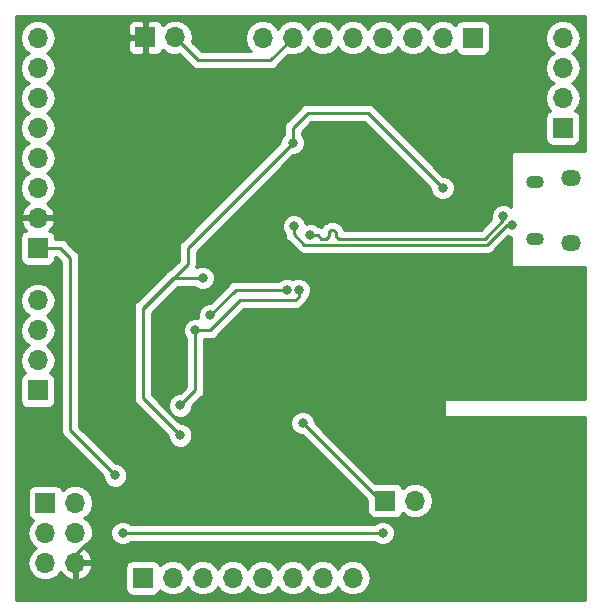
<source format=gbr>
%TF.GenerationSoftware,KiCad,Pcbnew,5.0.0+dfsg1-2*%
%TF.CreationDate,2018-11-13T23:51:22+01:00*%
%TF.ProjectId,xmegatest,786D656761746573742E6B696361645F,rev?*%
%TF.SameCoordinates,Original*%
%TF.FileFunction,Copper,L2,Bot,Signal*%
%TF.FilePolarity,Positive*%
%FSLAX46Y46*%
G04 Gerber Fmt 4.6, Leading zero omitted, Abs format (unit mm)*
G04 Created by KiCad (PCBNEW 5.0.0+dfsg1-2) date Tue Nov 13 23:51:22 2018*
%MOMM*%
%LPD*%
G01*
G04 APERTURE LIST*
%ADD10O,1.700000X1.700000*%
%ADD11R,1.700000X1.700000*%
%ADD12O,1.500000X1.100000*%
%ADD13O,1.700000X1.350000*%
%ADD14C,0.800000*%
%ADD15C,0.250000*%
%ADD16C,0.254000*%
G04 APERTURE END LIST*
D10*
X238968095Y-168710846D03*
D11*
X236428095Y-168710846D03*
D10*
X218648095Y-129501000D03*
D11*
X216108095Y-129501000D03*
D12*
X249148095Y-146590000D03*
X249148095Y-141750000D03*
D13*
X252148095Y-146900000D03*
X252148095Y-141440000D03*
D11*
X207010000Y-159385000D03*
D10*
X207010000Y-156845000D03*
X207010000Y-154305000D03*
X207010000Y-151765000D03*
X207010000Y-129540000D03*
X207010000Y-132080000D03*
X207010000Y-134620000D03*
X207010000Y-137160000D03*
X207010000Y-139700000D03*
X207010000Y-142240000D03*
X207010000Y-144780000D03*
D11*
X207010000Y-147320000D03*
D10*
X251460000Y-129540000D03*
X251460000Y-132080000D03*
X251460000Y-134620000D03*
D11*
X251460000Y-137160000D03*
X243840000Y-129540000D03*
D10*
X241300000Y-129540000D03*
X238760000Y-129540000D03*
X236220000Y-129540000D03*
X233680000Y-129540000D03*
X231140000Y-129540000D03*
X228600000Y-129540000D03*
X226060000Y-129540000D03*
D11*
X215900000Y-175260000D03*
D10*
X218440000Y-175260000D03*
X220980000Y-175260000D03*
X223520000Y-175260000D03*
X226060000Y-175260000D03*
X228600000Y-175260000D03*
X231140000Y-175260000D03*
X233680000Y-175260000D03*
D11*
X207645000Y-168910000D03*
D10*
X210185000Y-168910000D03*
X207645000Y-171450000D03*
X210185000Y-171450000D03*
X207645000Y-173990000D03*
X210185000Y-173990000D03*
D14*
X224155000Y-160020000D03*
X229235000Y-156210000D03*
X210185000Y-176530000D03*
X214630000Y-161290000D03*
X242143095Y-145558768D03*
X251460000Y-159385000D03*
X241300000Y-175260000D03*
X220980000Y-147955000D03*
X246380000Y-141820000D03*
X228600000Y-135255000D03*
X218648095Y-143725000D03*
X242778095Y-151345000D03*
X236555095Y-165950000D03*
X223093095Y-164680000D03*
X245953095Y-143090000D03*
X252303095Y-162775000D03*
X213568095Y-166585000D03*
X214203095Y-171450000D03*
X236220000Y-171450000D03*
X229108000Y-150876000D03*
X220345000Y-154305000D03*
X219075000Y-160655000D03*
X246416535Y-144623768D03*
X230078095Y-146265000D03*
X247158999Y-145366232D03*
X228700632Y-145491000D03*
X228092000Y-150876000D03*
X221615000Y-153035000D03*
X220980000Y-149860000D03*
X228600000Y-138430000D03*
X241300000Y-142240000D03*
X219075000Y-163195000D03*
X229443095Y-162140000D03*
D15*
X246380000Y-142240000D02*
X243061232Y-145558768D01*
X228600000Y-135255000D02*
X220345000Y-135255000D01*
X231140000Y-154305000D02*
X229235000Y-156210000D01*
X214630000Y-161290000D02*
X218440000Y-165100000D01*
X210185000Y-176530000D02*
X210185000Y-173355000D01*
X210185000Y-173355000D02*
X218440000Y-165100000D01*
X238760000Y-134620000D02*
X246380000Y-142240000D01*
X228600000Y-135255000D02*
X229235000Y-134620000D01*
X229235000Y-134620000D02*
X238760000Y-134620000D01*
X219075000Y-165100000D02*
X224155000Y-160020000D01*
X218440000Y-165100000D02*
X219075000Y-165100000D01*
X225425000Y-160020000D02*
X229235000Y-156210000D01*
X224155000Y-160020000D02*
X225425000Y-160020000D01*
X250818095Y-159385000D02*
X242778095Y-151345000D01*
X251460000Y-159385000D02*
X250818095Y-159385000D01*
X239818095Y-154305000D02*
X242778095Y-151345000D01*
X231140000Y-154305000D02*
X239818095Y-154305000D01*
X229443095Y-149440000D02*
X222465000Y-149440000D01*
X242778095Y-151345000D02*
X231348095Y-151345000D01*
X222465000Y-149440000D02*
X220980000Y-147955000D01*
X231348095Y-151345000D02*
X229443095Y-149440000D01*
X210820000Y-144780000D02*
X220345000Y-135255000D01*
X207010000Y-144780000D02*
X210820000Y-144780000D01*
X243061232Y-145558768D02*
X242143095Y-145558768D01*
X213568095Y-166585000D02*
X209758095Y-162775000D01*
X209758095Y-148170000D02*
X208908095Y-147320000D01*
X209758095Y-162775000D02*
X209758095Y-148170000D01*
X208908095Y-147320000D02*
X207010000Y-147320000D01*
X216743095Y-171450000D02*
X215265000Y-171450000D01*
X214203095Y-171450000D02*
X216743095Y-171450000D01*
X236220000Y-171450000D02*
X216743095Y-171450000D01*
X229108000Y-151441685D02*
X228784685Y-151765000D01*
X229108000Y-150876000D02*
X229108000Y-151441685D01*
X228784685Y-151765000D02*
X224155000Y-151765000D01*
X224155000Y-151765000D02*
X221615000Y-154305000D01*
X221615000Y-154305000D02*
X220345000Y-154305000D01*
X220345000Y-159385000D02*
X220345000Y-154305000D01*
X219075000Y-160655000D02*
X220345000Y-159385000D01*
X230988086Y-146539991D02*
X230713095Y-146265000D01*
X230713095Y-146265000D02*
X230078095Y-146265000D01*
X231348095Y-146539991D02*
X230988086Y-146539991D01*
X231414851Y-146532470D02*
X231348095Y-146539991D01*
X231535141Y-146474541D02*
X231478260Y-146510282D01*
X231618385Y-146370157D02*
X231582644Y-146427038D01*
X231648095Y-146239991D02*
X231640573Y-146306748D01*
X231655616Y-146014031D02*
X231648095Y-146080787D01*
X231677804Y-145950622D02*
X231655616Y-146014031D01*
X231761048Y-145846238D02*
X231713545Y-145893741D01*
X231713545Y-145893741D02*
X231677804Y-145950622D01*
X231817929Y-145810497D02*
X231761048Y-145846238D01*
X231881338Y-145788309D02*
X231817929Y-145810497D01*
X232014851Y-145788309D02*
X231948095Y-145780787D01*
X231948095Y-145780787D02*
X231881338Y-145788309D01*
X232078260Y-145810497D02*
X232014851Y-145788309D01*
X232417929Y-146510282D02*
X232361048Y-146474541D01*
X244838238Y-146539991D02*
X232548095Y-146539991D01*
X232255616Y-146306748D02*
X232248095Y-146239991D01*
X231640573Y-146306748D02*
X231618385Y-146370157D01*
X231648095Y-146080787D02*
X231648095Y-146239991D01*
X232313545Y-146427038D02*
X232277804Y-146370157D01*
X246416535Y-144961694D02*
X244838238Y-146539991D01*
X232135141Y-145846238D02*
X232078260Y-145810497D01*
X232361048Y-146474541D02*
X232313545Y-146427038D01*
X232182644Y-145893741D02*
X232135141Y-145846238D01*
X232277804Y-146370157D02*
X232255616Y-146306748D01*
X232548095Y-146539991D02*
X232481338Y-146532470D01*
X232248095Y-146239991D02*
X232248095Y-146080787D01*
X231478260Y-146510282D02*
X231414851Y-146532470D01*
X231582644Y-146427038D02*
X231535141Y-146474541D01*
X232248095Y-146080787D02*
X232240573Y-146014031D01*
X232240573Y-146014031D02*
X232218385Y-145950622D01*
X232481338Y-146532470D02*
X232417929Y-146510282D01*
X246416535Y-144623768D02*
X246416535Y-144961694D01*
X232218385Y-145950622D02*
X232182644Y-145893741D01*
X229583096Y-147040001D02*
X228700632Y-146157537D01*
X245060965Y-147040001D02*
X229583096Y-147040001D01*
X228700632Y-146157537D02*
X228700632Y-145491000D01*
X247158999Y-145366232D02*
X246734734Y-145366232D01*
X246734734Y-145366232D02*
X245060965Y-147040001D01*
X228092000Y-150876000D02*
X223774000Y-150876000D01*
X223774000Y-150876000D02*
X221615000Y-153035000D01*
X228600000Y-138430000D02*
X228600000Y-137160000D01*
X228600000Y-137160000D02*
X229870000Y-135890000D01*
X229870000Y-135890000D02*
X234950000Y-135890000D01*
X234950000Y-135890000D02*
X241300000Y-142240000D01*
X235585000Y-168275000D02*
X230505000Y-163195000D01*
X220980000Y-149860000D02*
X220345000Y-149860000D01*
X220980000Y-149860000D02*
X218440000Y-149860000D01*
X218440000Y-149860000D02*
X215900000Y-152400000D01*
X215900000Y-160020000D02*
X219075000Y-163195000D01*
X219710000Y-148701002D02*
X215900000Y-152511002D01*
X219710000Y-147320000D02*
X219710000Y-148701002D01*
X215900000Y-152511002D02*
X215900000Y-153250000D01*
X228600000Y-138430000D02*
X219710000Y-147320000D01*
X215900000Y-152400000D02*
X215900000Y-153250000D01*
X215900000Y-153250000D02*
X215900000Y-160020000D01*
X230505000Y-163195000D02*
X230498095Y-163195000D01*
X230498095Y-163195000D02*
X229443095Y-162140000D01*
X220592095Y-131445000D02*
X218648095Y-129501000D01*
X228600000Y-129540000D02*
X226695000Y-131445000D01*
X226695000Y-131445000D02*
X220592095Y-131445000D01*
D16*
G36*
X253315001Y-139153000D02*
X247223095Y-139153000D01*
X247174494Y-139162667D01*
X247133292Y-139190197D01*
X247105762Y-139231399D01*
X247096095Y-139280000D01*
X247096095Y-143839617D01*
X247002815Y-143746337D01*
X246622409Y-143588768D01*
X246210661Y-143588768D01*
X245830255Y-143746337D01*
X245539104Y-144037488D01*
X245381535Y-144417894D01*
X245381535Y-144829642D01*
X245408554Y-144894873D01*
X244523437Y-145779991D01*
X232966739Y-145779991D01*
X232947998Y-145730896D01*
X232918771Y-145639199D01*
X232911643Y-145630758D01*
X232911013Y-145628957D01*
X232905550Y-145619695D01*
X232901717Y-145609655D01*
X232900703Y-145608040D01*
X232898547Y-145597204D01*
X232845078Y-145517181D01*
X232796173Y-145434276D01*
X232787342Y-145427630D01*
X232786328Y-145426016D01*
X232778947Y-145418209D01*
X232772973Y-145409268D01*
X232771623Y-145407918D01*
X232767111Y-145397835D01*
X232697170Y-145331712D01*
X232631047Y-145261771D01*
X232620963Y-145257259D01*
X232619613Y-145255909D01*
X232610675Y-145249937D01*
X232602866Y-145242554D01*
X232601252Y-145241540D01*
X232594606Y-145232709D01*
X232511698Y-145183802D01*
X232431678Y-145130335D01*
X232420842Y-145128179D01*
X232419227Y-145127165D01*
X232409187Y-145123332D01*
X232399925Y-145117869D01*
X232398122Y-145117238D01*
X232389682Y-145110111D01*
X232297980Y-145080882D01*
X232208061Y-145046558D01*
X232197016Y-145046868D01*
X232195213Y-145046237D01*
X232184571Y-145044735D01*
X232174329Y-145041470D01*
X232172429Y-145041256D01*
X232162607Y-145036182D01*
X232066691Y-145028092D01*
X231971406Y-145014640D01*
X231960707Y-145017400D01*
X231958811Y-145017186D01*
X231948095Y-145018090D01*
X231937379Y-145017186D01*
X231935482Y-145017400D01*
X231924783Y-145014640D01*
X231829496Y-145028093D01*
X231733583Y-145036182D01*
X231723761Y-145041256D01*
X231721861Y-145041470D01*
X231711619Y-145044734D01*
X231700976Y-145046237D01*
X231699176Y-145046867D01*
X231688128Y-145046557D01*
X231598207Y-145080882D01*
X231506507Y-145110110D01*
X231498065Y-145117239D01*
X231496264Y-145117869D01*
X231487002Y-145123332D01*
X231476962Y-145127165D01*
X231475347Y-145128179D01*
X231464511Y-145130335D01*
X231384488Y-145183804D01*
X231301583Y-145232709D01*
X231294937Y-145241540D01*
X231293323Y-145242554D01*
X231285516Y-145249935D01*
X231276575Y-145255909D01*
X231275225Y-145257259D01*
X231265142Y-145261771D01*
X231199019Y-145331712D01*
X231129078Y-145397835D01*
X231124566Y-145407919D01*
X231123216Y-145409269D01*
X231117244Y-145418207D01*
X231109861Y-145426016D01*
X231108847Y-145427630D01*
X231100016Y-145434276D01*
X231051109Y-145517184D01*
X231023566Y-145558406D01*
X231009632Y-145549096D01*
X230787947Y-145505000D01*
X230787942Y-145505000D01*
X230780282Y-145503476D01*
X230664375Y-145387569D01*
X230283969Y-145230000D01*
X229872221Y-145230000D01*
X229735632Y-145286577D01*
X229735632Y-145285126D01*
X229578063Y-144904720D01*
X229286912Y-144613569D01*
X228906506Y-144456000D01*
X228494758Y-144456000D01*
X228114352Y-144613569D01*
X227823201Y-144904720D01*
X227665632Y-145285126D01*
X227665632Y-145696874D01*
X227823201Y-146077280D01*
X227931278Y-146185357D01*
X227940632Y-146232384D01*
X227940632Y-146232388D01*
X227984728Y-146454073D01*
X228152703Y-146705466D01*
X228216162Y-146747868D01*
X228992767Y-147524474D01*
X229035167Y-147587930D01*
X229286559Y-147755905D01*
X229508244Y-147800001D01*
X229508248Y-147800001D01*
X229583096Y-147814889D01*
X229657944Y-147800001D01*
X244986118Y-147800001D01*
X245060965Y-147814889D01*
X245135812Y-147800001D01*
X245135817Y-147800001D01*
X245357502Y-147755905D01*
X245608894Y-147587930D01*
X245651296Y-147524471D01*
X246826843Y-146348924D01*
X246953125Y-146401232D01*
X247096095Y-146401232D01*
X247096095Y-148805000D01*
X247105762Y-148853601D01*
X247133292Y-148894803D01*
X247174494Y-148922333D01*
X247223095Y-148932000D01*
X253315001Y-148932000D01*
X253315001Y-160108000D01*
X241508095Y-160108000D01*
X241459494Y-160117667D01*
X241418292Y-160145197D01*
X241390762Y-160186399D01*
X241381095Y-160235000D01*
X241381095Y-161505000D01*
X241390762Y-161553601D01*
X241418292Y-161594803D01*
X241459494Y-161622333D01*
X241508095Y-161632000D01*
X253315001Y-161632000D01*
X253315000Y-177115000D01*
X205155000Y-177115000D01*
X205155000Y-171450000D01*
X206130908Y-171450000D01*
X206246161Y-172029418D01*
X206574375Y-172520625D01*
X206872761Y-172720000D01*
X206574375Y-172919375D01*
X206246161Y-173410582D01*
X206130908Y-173990000D01*
X206246161Y-174569418D01*
X206574375Y-175060625D01*
X207065582Y-175388839D01*
X207498744Y-175475000D01*
X207791256Y-175475000D01*
X208224418Y-175388839D01*
X208715625Y-175060625D01*
X208916353Y-174760214D01*
X209303642Y-175185183D01*
X209828108Y-175431486D01*
X210058000Y-175310819D01*
X210058000Y-174117000D01*
X210312000Y-174117000D01*
X210312000Y-175310819D01*
X210541892Y-175431486D01*
X211066358Y-175185183D01*
X211456645Y-174756924D01*
X211600336Y-174410000D01*
X214402560Y-174410000D01*
X214402560Y-176110000D01*
X214451843Y-176357765D01*
X214592191Y-176567809D01*
X214802235Y-176708157D01*
X215050000Y-176757440D01*
X216750000Y-176757440D01*
X216997765Y-176708157D01*
X217207809Y-176567809D01*
X217348157Y-176357765D01*
X217357184Y-176312381D01*
X217369375Y-176330625D01*
X217860582Y-176658839D01*
X218293744Y-176745000D01*
X218586256Y-176745000D01*
X219019418Y-176658839D01*
X219510625Y-176330625D01*
X219710000Y-176032239D01*
X219909375Y-176330625D01*
X220400582Y-176658839D01*
X220833744Y-176745000D01*
X221126256Y-176745000D01*
X221559418Y-176658839D01*
X222050625Y-176330625D01*
X222250000Y-176032239D01*
X222449375Y-176330625D01*
X222940582Y-176658839D01*
X223373744Y-176745000D01*
X223666256Y-176745000D01*
X224099418Y-176658839D01*
X224590625Y-176330625D01*
X224790000Y-176032239D01*
X224989375Y-176330625D01*
X225480582Y-176658839D01*
X225913744Y-176745000D01*
X226206256Y-176745000D01*
X226639418Y-176658839D01*
X227130625Y-176330625D01*
X227330000Y-176032239D01*
X227529375Y-176330625D01*
X228020582Y-176658839D01*
X228453744Y-176745000D01*
X228746256Y-176745000D01*
X229179418Y-176658839D01*
X229670625Y-176330625D01*
X229870000Y-176032239D01*
X230069375Y-176330625D01*
X230560582Y-176658839D01*
X230993744Y-176745000D01*
X231286256Y-176745000D01*
X231719418Y-176658839D01*
X232210625Y-176330625D01*
X232410000Y-176032239D01*
X232609375Y-176330625D01*
X233100582Y-176658839D01*
X233533744Y-176745000D01*
X233826256Y-176745000D01*
X234259418Y-176658839D01*
X234750625Y-176330625D01*
X235078839Y-175839418D01*
X235194092Y-175260000D01*
X235078839Y-174680582D01*
X234750625Y-174189375D01*
X234259418Y-173861161D01*
X233826256Y-173775000D01*
X233533744Y-173775000D01*
X233100582Y-173861161D01*
X232609375Y-174189375D01*
X232410000Y-174487761D01*
X232210625Y-174189375D01*
X231719418Y-173861161D01*
X231286256Y-173775000D01*
X230993744Y-173775000D01*
X230560582Y-173861161D01*
X230069375Y-174189375D01*
X229870000Y-174487761D01*
X229670625Y-174189375D01*
X229179418Y-173861161D01*
X228746256Y-173775000D01*
X228453744Y-173775000D01*
X228020582Y-173861161D01*
X227529375Y-174189375D01*
X227330000Y-174487761D01*
X227130625Y-174189375D01*
X226639418Y-173861161D01*
X226206256Y-173775000D01*
X225913744Y-173775000D01*
X225480582Y-173861161D01*
X224989375Y-174189375D01*
X224790000Y-174487761D01*
X224590625Y-174189375D01*
X224099418Y-173861161D01*
X223666256Y-173775000D01*
X223373744Y-173775000D01*
X222940582Y-173861161D01*
X222449375Y-174189375D01*
X222250000Y-174487761D01*
X222050625Y-174189375D01*
X221559418Y-173861161D01*
X221126256Y-173775000D01*
X220833744Y-173775000D01*
X220400582Y-173861161D01*
X219909375Y-174189375D01*
X219710000Y-174487761D01*
X219510625Y-174189375D01*
X219019418Y-173861161D01*
X218586256Y-173775000D01*
X218293744Y-173775000D01*
X217860582Y-173861161D01*
X217369375Y-174189375D01*
X217357184Y-174207619D01*
X217348157Y-174162235D01*
X217207809Y-173952191D01*
X216997765Y-173811843D01*
X216750000Y-173762560D01*
X215050000Y-173762560D01*
X214802235Y-173811843D01*
X214592191Y-173952191D01*
X214451843Y-174162235D01*
X214402560Y-174410000D01*
X211600336Y-174410000D01*
X211626476Y-174346890D01*
X211505155Y-174117000D01*
X210312000Y-174117000D01*
X210058000Y-174117000D01*
X210038000Y-174117000D01*
X210038000Y-173863000D01*
X210058000Y-173863000D01*
X210058000Y-173843000D01*
X210312000Y-173843000D01*
X210312000Y-173863000D01*
X211505155Y-173863000D01*
X211626476Y-173633110D01*
X211456645Y-173223076D01*
X211066358Y-172794817D01*
X210936522Y-172733843D01*
X211255625Y-172520625D01*
X211583839Y-172029418D01*
X211699092Y-171450000D01*
X211658142Y-171244126D01*
X213168095Y-171244126D01*
X213168095Y-171655874D01*
X213325664Y-172036280D01*
X213616815Y-172327431D01*
X213997221Y-172485000D01*
X214408969Y-172485000D01*
X214789375Y-172327431D01*
X214906806Y-172210000D01*
X235516289Y-172210000D01*
X235633720Y-172327431D01*
X236014126Y-172485000D01*
X236425874Y-172485000D01*
X236806280Y-172327431D01*
X237097431Y-172036280D01*
X237255000Y-171655874D01*
X237255000Y-171244126D01*
X237097431Y-170863720D01*
X236806280Y-170572569D01*
X236425874Y-170415000D01*
X236014126Y-170415000D01*
X235633720Y-170572569D01*
X235516289Y-170690000D01*
X214906806Y-170690000D01*
X214789375Y-170572569D01*
X214408969Y-170415000D01*
X213997221Y-170415000D01*
X213616815Y-170572569D01*
X213325664Y-170863720D01*
X213168095Y-171244126D01*
X211658142Y-171244126D01*
X211583839Y-170870582D01*
X211255625Y-170379375D01*
X210957239Y-170180000D01*
X211255625Y-169980625D01*
X211583839Y-169489418D01*
X211699092Y-168910000D01*
X211583839Y-168330582D01*
X211255625Y-167839375D01*
X210764418Y-167511161D01*
X210331256Y-167425000D01*
X210038744Y-167425000D01*
X209605582Y-167511161D01*
X209114375Y-167839375D01*
X209102184Y-167857619D01*
X209093157Y-167812235D01*
X208952809Y-167602191D01*
X208742765Y-167461843D01*
X208495000Y-167412560D01*
X206795000Y-167412560D01*
X206547235Y-167461843D01*
X206337191Y-167602191D01*
X206196843Y-167812235D01*
X206147560Y-168060000D01*
X206147560Y-169760000D01*
X206196843Y-170007765D01*
X206337191Y-170217809D01*
X206547235Y-170358157D01*
X206592619Y-170367184D01*
X206574375Y-170379375D01*
X206246161Y-170870582D01*
X206130908Y-171450000D01*
X205155000Y-171450000D01*
X205155000Y-151765000D01*
X205495908Y-151765000D01*
X205611161Y-152344418D01*
X205939375Y-152835625D01*
X206237761Y-153035000D01*
X205939375Y-153234375D01*
X205611161Y-153725582D01*
X205495908Y-154305000D01*
X205611161Y-154884418D01*
X205939375Y-155375625D01*
X206237761Y-155575000D01*
X205939375Y-155774375D01*
X205611161Y-156265582D01*
X205495908Y-156845000D01*
X205611161Y-157424418D01*
X205939375Y-157915625D01*
X205957619Y-157927816D01*
X205912235Y-157936843D01*
X205702191Y-158077191D01*
X205561843Y-158287235D01*
X205512560Y-158535000D01*
X205512560Y-160235000D01*
X205561843Y-160482765D01*
X205702191Y-160692809D01*
X205912235Y-160833157D01*
X206160000Y-160882440D01*
X207860000Y-160882440D01*
X208107765Y-160833157D01*
X208317809Y-160692809D01*
X208458157Y-160482765D01*
X208507440Y-160235000D01*
X208507440Y-158535000D01*
X208458157Y-158287235D01*
X208317809Y-158077191D01*
X208107765Y-157936843D01*
X208062381Y-157927816D01*
X208080625Y-157915625D01*
X208408839Y-157424418D01*
X208524092Y-156845000D01*
X208408839Y-156265582D01*
X208080625Y-155774375D01*
X207782239Y-155575000D01*
X208080625Y-155375625D01*
X208408839Y-154884418D01*
X208524092Y-154305000D01*
X208408839Y-153725582D01*
X208080625Y-153234375D01*
X207782239Y-153035000D01*
X208080625Y-152835625D01*
X208408839Y-152344418D01*
X208524092Y-151765000D01*
X208408839Y-151185582D01*
X208080625Y-150694375D01*
X207589418Y-150366161D01*
X207156256Y-150280000D01*
X206863744Y-150280000D01*
X206430582Y-150366161D01*
X205939375Y-150694375D01*
X205611161Y-151185582D01*
X205495908Y-151765000D01*
X205155000Y-151765000D01*
X205155000Y-146470000D01*
X205512560Y-146470000D01*
X205512560Y-148170000D01*
X205561843Y-148417765D01*
X205702191Y-148627809D01*
X205912235Y-148768157D01*
X206160000Y-148817440D01*
X207860000Y-148817440D01*
X208107765Y-148768157D01*
X208317809Y-148627809D01*
X208458157Y-148417765D01*
X208507440Y-148170000D01*
X208507440Y-148080000D01*
X208593294Y-148080000D01*
X208998096Y-148484803D01*
X208998095Y-162700153D01*
X208983207Y-162775000D01*
X208998095Y-162849847D01*
X208998095Y-162849851D01*
X209042191Y-163071536D01*
X209210166Y-163322929D01*
X209273625Y-163365331D01*
X212533095Y-166624802D01*
X212533095Y-166790874D01*
X212690664Y-167171280D01*
X212981815Y-167462431D01*
X213362221Y-167620000D01*
X213773969Y-167620000D01*
X214154375Y-167462431D01*
X214445526Y-167171280D01*
X214603095Y-166790874D01*
X214603095Y-166379126D01*
X214445526Y-165998720D01*
X214154375Y-165707569D01*
X213773969Y-165550000D01*
X213607897Y-165550000D01*
X210518095Y-162460199D01*
X210518095Y-152400000D01*
X215125112Y-152400000D01*
X215136152Y-152455501D01*
X215125112Y-152511002D01*
X215140000Y-152585849D01*
X215140000Y-153175149D01*
X215140001Y-159945148D01*
X215125112Y-160020000D01*
X215140001Y-160094852D01*
X215184097Y-160316537D01*
X215352072Y-160567929D01*
X215415528Y-160610329D01*
X218040000Y-163234802D01*
X218040000Y-163400874D01*
X218197569Y-163781280D01*
X218488720Y-164072431D01*
X218869126Y-164230000D01*
X219280874Y-164230000D01*
X219661280Y-164072431D01*
X219952431Y-163781280D01*
X220110000Y-163400874D01*
X220110000Y-162989126D01*
X219952431Y-162608720D01*
X219661280Y-162317569D01*
X219280874Y-162160000D01*
X219114802Y-162160000D01*
X218888928Y-161934126D01*
X228408095Y-161934126D01*
X228408095Y-162345874D01*
X228565664Y-162726280D01*
X228856815Y-163017431D01*
X229237221Y-163175000D01*
X229403293Y-163175000D01*
X229907768Y-163679475D01*
X229950166Y-163742929D01*
X230013619Y-163785327D01*
X230013621Y-163785329D01*
X230034436Y-163799237D01*
X234930655Y-168695457D01*
X234930655Y-169560846D01*
X234979938Y-169808611D01*
X235120286Y-170018655D01*
X235330330Y-170159003D01*
X235578095Y-170208286D01*
X237278095Y-170208286D01*
X237525860Y-170159003D01*
X237735904Y-170018655D01*
X237876252Y-169808611D01*
X237885279Y-169763227D01*
X237897470Y-169781471D01*
X238388677Y-170109685D01*
X238821839Y-170195846D01*
X239114351Y-170195846D01*
X239547513Y-170109685D01*
X240038720Y-169781471D01*
X240366934Y-169290264D01*
X240482187Y-168710846D01*
X240366934Y-168131428D01*
X240038720Y-167640221D01*
X239547513Y-167312007D01*
X239114351Y-167225846D01*
X238821839Y-167225846D01*
X238388677Y-167312007D01*
X237897470Y-167640221D01*
X237885279Y-167658465D01*
X237876252Y-167613081D01*
X237735904Y-167403037D01*
X237525860Y-167262689D01*
X237278095Y-167213406D01*
X235598208Y-167213406D01*
X231095331Y-162710530D01*
X231052929Y-162647071D01*
X230968666Y-162590768D01*
X230478095Y-162100198D01*
X230478095Y-161934126D01*
X230320526Y-161553720D01*
X230029375Y-161262569D01*
X229648969Y-161105000D01*
X229237221Y-161105000D01*
X228856815Y-161262569D01*
X228565664Y-161553720D01*
X228408095Y-161934126D01*
X218888928Y-161934126D01*
X217403928Y-160449126D01*
X218040000Y-160449126D01*
X218040000Y-160860874D01*
X218197569Y-161241280D01*
X218488720Y-161532431D01*
X218869126Y-161690000D01*
X219280874Y-161690000D01*
X219661280Y-161532431D01*
X219952431Y-161241280D01*
X220110000Y-160860874D01*
X220110000Y-160694801D01*
X220829473Y-159975329D01*
X220892929Y-159932929D01*
X221060904Y-159681537D01*
X221105000Y-159459852D01*
X221105000Y-159459848D01*
X221119888Y-159385001D01*
X221105000Y-159310154D01*
X221105000Y-155065000D01*
X221540153Y-155065000D01*
X221615000Y-155079888D01*
X221689847Y-155065000D01*
X221689852Y-155065000D01*
X221911537Y-155020904D01*
X222162929Y-154852929D01*
X222205331Y-154789470D01*
X224469803Y-152525000D01*
X228709838Y-152525000D01*
X228784685Y-152539888D01*
X228859532Y-152525000D01*
X228859537Y-152525000D01*
X229081222Y-152480904D01*
X229332614Y-152312929D01*
X229375016Y-152249471D01*
X229592472Y-152032015D01*
X229655929Y-151989614D01*
X229823904Y-151738222D01*
X229852314Y-151595397D01*
X229985431Y-151462280D01*
X230143000Y-151081874D01*
X230143000Y-150670126D01*
X229985431Y-150289720D01*
X229694280Y-149998569D01*
X229313874Y-149841000D01*
X228902126Y-149841000D01*
X228600000Y-149966144D01*
X228297874Y-149841000D01*
X227886126Y-149841000D01*
X227505720Y-149998569D01*
X227388289Y-150116000D01*
X223848846Y-150116000D01*
X223773999Y-150101112D01*
X223699152Y-150116000D01*
X223699148Y-150116000D01*
X223477463Y-150160096D01*
X223226071Y-150328071D01*
X223183671Y-150391527D01*
X221575199Y-152000000D01*
X221409126Y-152000000D01*
X221028720Y-152157569D01*
X220737569Y-152448720D01*
X220580000Y-152829126D01*
X220580000Y-153240874D01*
X220600595Y-153290595D01*
X220550874Y-153270000D01*
X220139126Y-153270000D01*
X219758720Y-153427569D01*
X219467569Y-153718720D01*
X219310000Y-154099126D01*
X219310000Y-154510874D01*
X219467569Y-154891280D01*
X219585001Y-155008712D01*
X219585000Y-159070198D01*
X219035199Y-159620000D01*
X218869126Y-159620000D01*
X218488720Y-159777569D01*
X218197569Y-160068720D01*
X218040000Y-160449126D01*
X217403928Y-160449126D01*
X216660000Y-159705199D01*
X216660000Y-152825803D01*
X218865804Y-150620000D01*
X220276289Y-150620000D01*
X220393720Y-150737431D01*
X220774126Y-150895000D01*
X221185874Y-150895000D01*
X221566280Y-150737431D01*
X221857431Y-150446280D01*
X222015000Y-150065874D01*
X222015000Y-149654126D01*
X221857431Y-149273720D01*
X221566280Y-148982569D01*
X221185874Y-148825000D01*
X220774126Y-148825000D01*
X220432039Y-148966697D01*
X220436377Y-148944888D01*
X220470000Y-148775854D01*
X220470000Y-148775850D01*
X220484888Y-148701002D01*
X220470000Y-148626154D01*
X220470000Y-147634801D01*
X228639802Y-139465000D01*
X228805874Y-139465000D01*
X229186280Y-139307431D01*
X229477431Y-139016280D01*
X229635000Y-138635874D01*
X229635000Y-138224126D01*
X229477431Y-137843720D01*
X229360000Y-137726289D01*
X229360000Y-137474801D01*
X230184802Y-136650000D01*
X234635199Y-136650000D01*
X240265000Y-142279802D01*
X240265000Y-142445874D01*
X240422569Y-142826280D01*
X240713720Y-143117431D01*
X241094126Y-143275000D01*
X241505874Y-143275000D01*
X241886280Y-143117431D01*
X242177431Y-142826280D01*
X242335000Y-142445874D01*
X242335000Y-142034126D01*
X242177431Y-141653720D01*
X241886280Y-141362569D01*
X241505874Y-141205000D01*
X241339802Y-141205000D01*
X235540331Y-135405530D01*
X235497929Y-135342071D01*
X235246537Y-135174096D01*
X235024852Y-135130000D01*
X235024847Y-135130000D01*
X234950000Y-135115112D01*
X234875153Y-135130000D01*
X229944846Y-135130000D01*
X229869999Y-135115112D01*
X229795152Y-135130000D01*
X229795148Y-135130000D01*
X229573463Y-135174096D01*
X229322071Y-135342071D01*
X229279671Y-135405527D01*
X228115528Y-136569671D01*
X228052072Y-136612071D01*
X228009672Y-136675527D01*
X228009671Y-136675528D01*
X227884097Y-136863463D01*
X227825112Y-137160000D01*
X227840001Y-137234851D01*
X227840001Y-137726288D01*
X227722569Y-137843720D01*
X227565000Y-138224126D01*
X227565000Y-138390198D01*
X219225530Y-146729669D01*
X219162071Y-146772071D01*
X218994096Y-147023464D01*
X218950000Y-147245149D01*
X218950000Y-147245153D01*
X218935112Y-147320000D01*
X218950000Y-147394847D01*
X218950001Y-148386199D01*
X218204182Y-149132018D01*
X218143463Y-149144096D01*
X218143461Y-149144097D01*
X218143462Y-149144097D01*
X217955526Y-149269671D01*
X217955524Y-149269673D01*
X217892071Y-149312071D01*
X217849673Y-149375524D01*
X215415530Y-151809669D01*
X215352071Y-151852071D01*
X215184096Y-152103464D01*
X215140000Y-152325149D01*
X215140000Y-152325153D01*
X215125112Y-152400000D01*
X210518095Y-152400000D01*
X210518095Y-148244848D01*
X210532983Y-148170000D01*
X210518095Y-148095152D01*
X210518095Y-148095148D01*
X210473999Y-147873463D01*
X210306024Y-147622071D01*
X210242568Y-147579671D01*
X209498426Y-146835530D01*
X209456024Y-146772071D01*
X209204632Y-146604096D01*
X208982947Y-146560000D01*
X208982942Y-146560000D01*
X208908095Y-146545112D01*
X208833248Y-146560000D01*
X208507440Y-146560000D01*
X208507440Y-146470000D01*
X208458157Y-146222235D01*
X208317809Y-146012191D01*
X208107765Y-145871843D01*
X208004292Y-145851261D01*
X208281645Y-145546924D01*
X208451476Y-145136890D01*
X208330155Y-144907000D01*
X207137000Y-144907000D01*
X207137000Y-144927000D01*
X206883000Y-144927000D01*
X206883000Y-144907000D01*
X205689845Y-144907000D01*
X205568524Y-145136890D01*
X205738355Y-145546924D01*
X206015708Y-145851261D01*
X205912235Y-145871843D01*
X205702191Y-146012191D01*
X205561843Y-146222235D01*
X205512560Y-146470000D01*
X205155000Y-146470000D01*
X205155000Y-129540000D01*
X205495908Y-129540000D01*
X205611161Y-130119418D01*
X205939375Y-130610625D01*
X206237761Y-130810000D01*
X205939375Y-131009375D01*
X205611161Y-131500582D01*
X205495908Y-132080000D01*
X205611161Y-132659418D01*
X205939375Y-133150625D01*
X206237761Y-133350000D01*
X205939375Y-133549375D01*
X205611161Y-134040582D01*
X205495908Y-134620000D01*
X205611161Y-135199418D01*
X205939375Y-135690625D01*
X206237761Y-135890000D01*
X205939375Y-136089375D01*
X205611161Y-136580582D01*
X205495908Y-137160000D01*
X205611161Y-137739418D01*
X205939375Y-138230625D01*
X206237761Y-138430000D01*
X205939375Y-138629375D01*
X205611161Y-139120582D01*
X205495908Y-139700000D01*
X205611161Y-140279418D01*
X205939375Y-140770625D01*
X206237761Y-140970000D01*
X205939375Y-141169375D01*
X205611161Y-141660582D01*
X205495908Y-142240000D01*
X205611161Y-142819418D01*
X205939375Y-143310625D01*
X206258478Y-143523843D01*
X206128642Y-143584817D01*
X205738355Y-144013076D01*
X205568524Y-144423110D01*
X205689845Y-144653000D01*
X206883000Y-144653000D01*
X206883000Y-144633000D01*
X207137000Y-144633000D01*
X207137000Y-144653000D01*
X208330155Y-144653000D01*
X208451476Y-144423110D01*
X208281645Y-144013076D01*
X207891358Y-143584817D01*
X207761522Y-143523843D01*
X208080625Y-143310625D01*
X208408839Y-142819418D01*
X208524092Y-142240000D01*
X208408839Y-141660582D01*
X208080625Y-141169375D01*
X207782239Y-140970000D01*
X208080625Y-140770625D01*
X208408839Y-140279418D01*
X208524092Y-139700000D01*
X208408839Y-139120582D01*
X208080625Y-138629375D01*
X207782239Y-138430000D01*
X208080625Y-138230625D01*
X208408839Y-137739418D01*
X208524092Y-137160000D01*
X208408839Y-136580582D01*
X208080625Y-136089375D01*
X207782239Y-135890000D01*
X208080625Y-135690625D01*
X208408839Y-135199418D01*
X208524092Y-134620000D01*
X208408839Y-134040582D01*
X208080625Y-133549375D01*
X207782239Y-133350000D01*
X208080625Y-133150625D01*
X208408839Y-132659418D01*
X208524092Y-132080000D01*
X208408839Y-131500582D01*
X208080625Y-131009375D01*
X207782239Y-130810000D01*
X208080625Y-130610625D01*
X208408839Y-130119418D01*
X208475010Y-129786750D01*
X214623095Y-129786750D01*
X214623095Y-130477309D01*
X214719768Y-130710698D01*
X214898396Y-130889327D01*
X215131785Y-130986000D01*
X215822345Y-130986000D01*
X215981095Y-130827250D01*
X215981095Y-129628000D01*
X214781845Y-129628000D01*
X214623095Y-129786750D01*
X208475010Y-129786750D01*
X208524092Y-129540000D01*
X208408839Y-128960582D01*
X208117586Y-128524691D01*
X214623095Y-128524691D01*
X214623095Y-129215250D01*
X214781845Y-129374000D01*
X215981095Y-129374000D01*
X215981095Y-128174750D01*
X216235095Y-128174750D01*
X216235095Y-129374000D01*
X216255095Y-129374000D01*
X216255095Y-129628000D01*
X216235095Y-129628000D01*
X216235095Y-130827250D01*
X216393845Y-130986000D01*
X217084405Y-130986000D01*
X217317794Y-130889327D01*
X217496422Y-130710698D01*
X217562999Y-130549967D01*
X217577470Y-130571625D01*
X218068677Y-130899839D01*
X218501839Y-130986000D01*
X218794351Y-130986000D01*
X219014503Y-130942209D01*
X220001766Y-131929473D01*
X220044166Y-131992929D01*
X220295558Y-132160904D01*
X220517243Y-132205000D01*
X220517247Y-132205000D01*
X220592094Y-132219888D01*
X220666941Y-132205000D01*
X226620153Y-132205000D01*
X226695000Y-132219888D01*
X226769847Y-132205000D01*
X226769852Y-132205000D01*
X226991537Y-132160904D01*
X227242929Y-131992929D01*
X227285331Y-131929470D01*
X228233592Y-130981209D01*
X228453744Y-131025000D01*
X228746256Y-131025000D01*
X229179418Y-130938839D01*
X229670625Y-130610625D01*
X229870000Y-130312239D01*
X230069375Y-130610625D01*
X230560582Y-130938839D01*
X230993744Y-131025000D01*
X231286256Y-131025000D01*
X231719418Y-130938839D01*
X232210625Y-130610625D01*
X232410000Y-130312239D01*
X232609375Y-130610625D01*
X233100582Y-130938839D01*
X233533744Y-131025000D01*
X233826256Y-131025000D01*
X234259418Y-130938839D01*
X234750625Y-130610625D01*
X234950000Y-130312239D01*
X235149375Y-130610625D01*
X235640582Y-130938839D01*
X236073744Y-131025000D01*
X236366256Y-131025000D01*
X236799418Y-130938839D01*
X237290625Y-130610625D01*
X237490000Y-130312239D01*
X237689375Y-130610625D01*
X238180582Y-130938839D01*
X238613744Y-131025000D01*
X238906256Y-131025000D01*
X239339418Y-130938839D01*
X239830625Y-130610625D01*
X240030000Y-130312239D01*
X240229375Y-130610625D01*
X240720582Y-130938839D01*
X241153744Y-131025000D01*
X241446256Y-131025000D01*
X241879418Y-130938839D01*
X242370625Y-130610625D01*
X242382816Y-130592381D01*
X242391843Y-130637765D01*
X242532191Y-130847809D01*
X242742235Y-130988157D01*
X242990000Y-131037440D01*
X244690000Y-131037440D01*
X244937765Y-130988157D01*
X245147809Y-130847809D01*
X245288157Y-130637765D01*
X245337440Y-130390000D01*
X245337440Y-129540000D01*
X249945908Y-129540000D01*
X250061161Y-130119418D01*
X250389375Y-130610625D01*
X250687761Y-130810000D01*
X250389375Y-131009375D01*
X250061161Y-131500582D01*
X249945908Y-132080000D01*
X250061161Y-132659418D01*
X250389375Y-133150625D01*
X250687761Y-133350000D01*
X250389375Y-133549375D01*
X250061161Y-134040582D01*
X249945908Y-134620000D01*
X250061161Y-135199418D01*
X250389375Y-135690625D01*
X250407619Y-135702816D01*
X250362235Y-135711843D01*
X250152191Y-135852191D01*
X250011843Y-136062235D01*
X249962560Y-136310000D01*
X249962560Y-138010000D01*
X250011843Y-138257765D01*
X250152191Y-138467809D01*
X250362235Y-138608157D01*
X250610000Y-138657440D01*
X252310000Y-138657440D01*
X252557765Y-138608157D01*
X252767809Y-138467809D01*
X252908157Y-138257765D01*
X252957440Y-138010000D01*
X252957440Y-136310000D01*
X252908157Y-136062235D01*
X252767809Y-135852191D01*
X252557765Y-135711843D01*
X252512381Y-135702816D01*
X252530625Y-135690625D01*
X252858839Y-135199418D01*
X252974092Y-134620000D01*
X252858839Y-134040582D01*
X252530625Y-133549375D01*
X252232239Y-133350000D01*
X252530625Y-133150625D01*
X252858839Y-132659418D01*
X252974092Y-132080000D01*
X252858839Y-131500582D01*
X252530625Y-131009375D01*
X252232239Y-130810000D01*
X252530625Y-130610625D01*
X252858839Y-130119418D01*
X252974092Y-129540000D01*
X252858839Y-128960582D01*
X252530625Y-128469375D01*
X252039418Y-128141161D01*
X251606256Y-128055000D01*
X251313744Y-128055000D01*
X250880582Y-128141161D01*
X250389375Y-128469375D01*
X250061161Y-128960582D01*
X249945908Y-129540000D01*
X245337440Y-129540000D01*
X245337440Y-128690000D01*
X245288157Y-128442235D01*
X245147809Y-128232191D01*
X244937765Y-128091843D01*
X244690000Y-128042560D01*
X242990000Y-128042560D01*
X242742235Y-128091843D01*
X242532191Y-128232191D01*
X242391843Y-128442235D01*
X242382816Y-128487619D01*
X242370625Y-128469375D01*
X241879418Y-128141161D01*
X241446256Y-128055000D01*
X241153744Y-128055000D01*
X240720582Y-128141161D01*
X240229375Y-128469375D01*
X240030000Y-128767761D01*
X239830625Y-128469375D01*
X239339418Y-128141161D01*
X238906256Y-128055000D01*
X238613744Y-128055000D01*
X238180582Y-128141161D01*
X237689375Y-128469375D01*
X237490000Y-128767761D01*
X237290625Y-128469375D01*
X236799418Y-128141161D01*
X236366256Y-128055000D01*
X236073744Y-128055000D01*
X235640582Y-128141161D01*
X235149375Y-128469375D01*
X234950000Y-128767761D01*
X234750625Y-128469375D01*
X234259418Y-128141161D01*
X233826256Y-128055000D01*
X233533744Y-128055000D01*
X233100582Y-128141161D01*
X232609375Y-128469375D01*
X232410000Y-128767761D01*
X232210625Y-128469375D01*
X231719418Y-128141161D01*
X231286256Y-128055000D01*
X230993744Y-128055000D01*
X230560582Y-128141161D01*
X230069375Y-128469375D01*
X229870000Y-128767761D01*
X229670625Y-128469375D01*
X229179418Y-128141161D01*
X228746256Y-128055000D01*
X228453744Y-128055000D01*
X228020582Y-128141161D01*
X227529375Y-128469375D01*
X227330000Y-128767761D01*
X227130625Y-128469375D01*
X226639418Y-128141161D01*
X226206256Y-128055000D01*
X225913744Y-128055000D01*
X225480582Y-128141161D01*
X224989375Y-128469375D01*
X224661161Y-128960582D01*
X224545908Y-129540000D01*
X224661161Y-130119418D01*
X224989375Y-130610625D01*
X225100685Y-130685000D01*
X220906897Y-130685000D01*
X220089304Y-129867408D01*
X220162187Y-129501000D01*
X220046934Y-128921582D01*
X219718720Y-128430375D01*
X219227513Y-128102161D01*
X218794351Y-128016000D01*
X218501839Y-128016000D01*
X218068677Y-128102161D01*
X217577470Y-128430375D01*
X217562999Y-128452033D01*
X217496422Y-128291302D01*
X217317794Y-128112673D01*
X217084405Y-128016000D01*
X216393845Y-128016000D01*
X216235095Y-128174750D01*
X215981095Y-128174750D01*
X215822345Y-128016000D01*
X215131785Y-128016000D01*
X214898396Y-128112673D01*
X214719768Y-128291302D01*
X214623095Y-128524691D01*
X208117586Y-128524691D01*
X208080625Y-128469375D01*
X207589418Y-128141161D01*
X207156256Y-128055000D01*
X206863744Y-128055000D01*
X206430582Y-128141161D01*
X205939375Y-128469375D01*
X205611161Y-128960582D01*
X205495908Y-129540000D01*
X205155000Y-129540000D01*
X205155000Y-127685000D01*
X253315001Y-127685000D01*
X253315001Y-139153000D01*
X253315001Y-139153000D01*
G37*
X253315001Y-139153000D02*
X247223095Y-139153000D01*
X247174494Y-139162667D01*
X247133292Y-139190197D01*
X247105762Y-139231399D01*
X247096095Y-139280000D01*
X247096095Y-143839617D01*
X247002815Y-143746337D01*
X246622409Y-143588768D01*
X246210661Y-143588768D01*
X245830255Y-143746337D01*
X245539104Y-144037488D01*
X245381535Y-144417894D01*
X245381535Y-144829642D01*
X245408554Y-144894873D01*
X244523437Y-145779991D01*
X232966739Y-145779991D01*
X232947998Y-145730896D01*
X232918771Y-145639199D01*
X232911643Y-145630758D01*
X232911013Y-145628957D01*
X232905550Y-145619695D01*
X232901717Y-145609655D01*
X232900703Y-145608040D01*
X232898547Y-145597204D01*
X232845078Y-145517181D01*
X232796173Y-145434276D01*
X232787342Y-145427630D01*
X232786328Y-145426016D01*
X232778947Y-145418209D01*
X232772973Y-145409268D01*
X232771623Y-145407918D01*
X232767111Y-145397835D01*
X232697170Y-145331712D01*
X232631047Y-145261771D01*
X232620963Y-145257259D01*
X232619613Y-145255909D01*
X232610675Y-145249937D01*
X232602866Y-145242554D01*
X232601252Y-145241540D01*
X232594606Y-145232709D01*
X232511698Y-145183802D01*
X232431678Y-145130335D01*
X232420842Y-145128179D01*
X232419227Y-145127165D01*
X232409187Y-145123332D01*
X232399925Y-145117869D01*
X232398122Y-145117238D01*
X232389682Y-145110111D01*
X232297980Y-145080882D01*
X232208061Y-145046558D01*
X232197016Y-145046868D01*
X232195213Y-145046237D01*
X232184571Y-145044735D01*
X232174329Y-145041470D01*
X232172429Y-145041256D01*
X232162607Y-145036182D01*
X232066691Y-145028092D01*
X231971406Y-145014640D01*
X231960707Y-145017400D01*
X231958811Y-145017186D01*
X231948095Y-145018090D01*
X231937379Y-145017186D01*
X231935482Y-145017400D01*
X231924783Y-145014640D01*
X231829496Y-145028093D01*
X231733583Y-145036182D01*
X231723761Y-145041256D01*
X231721861Y-145041470D01*
X231711619Y-145044734D01*
X231700976Y-145046237D01*
X231699176Y-145046867D01*
X231688128Y-145046557D01*
X231598207Y-145080882D01*
X231506507Y-145110110D01*
X231498065Y-145117239D01*
X231496264Y-145117869D01*
X231487002Y-145123332D01*
X231476962Y-145127165D01*
X231475347Y-145128179D01*
X231464511Y-145130335D01*
X231384488Y-145183804D01*
X231301583Y-145232709D01*
X231294937Y-145241540D01*
X231293323Y-145242554D01*
X231285516Y-145249935D01*
X231276575Y-145255909D01*
X231275225Y-145257259D01*
X231265142Y-145261771D01*
X231199019Y-145331712D01*
X231129078Y-145397835D01*
X231124566Y-145407919D01*
X231123216Y-145409269D01*
X231117244Y-145418207D01*
X231109861Y-145426016D01*
X231108847Y-145427630D01*
X231100016Y-145434276D01*
X231051109Y-145517184D01*
X231023566Y-145558406D01*
X231009632Y-145549096D01*
X230787947Y-145505000D01*
X230787942Y-145505000D01*
X230780282Y-145503476D01*
X230664375Y-145387569D01*
X230283969Y-145230000D01*
X229872221Y-145230000D01*
X229735632Y-145286577D01*
X229735632Y-145285126D01*
X229578063Y-144904720D01*
X229286912Y-144613569D01*
X228906506Y-144456000D01*
X228494758Y-144456000D01*
X228114352Y-144613569D01*
X227823201Y-144904720D01*
X227665632Y-145285126D01*
X227665632Y-145696874D01*
X227823201Y-146077280D01*
X227931278Y-146185357D01*
X227940632Y-146232384D01*
X227940632Y-146232388D01*
X227984728Y-146454073D01*
X228152703Y-146705466D01*
X228216162Y-146747868D01*
X228992767Y-147524474D01*
X229035167Y-147587930D01*
X229286559Y-147755905D01*
X229508244Y-147800001D01*
X229508248Y-147800001D01*
X229583096Y-147814889D01*
X229657944Y-147800001D01*
X244986118Y-147800001D01*
X245060965Y-147814889D01*
X245135812Y-147800001D01*
X245135817Y-147800001D01*
X245357502Y-147755905D01*
X245608894Y-147587930D01*
X245651296Y-147524471D01*
X246826843Y-146348924D01*
X246953125Y-146401232D01*
X247096095Y-146401232D01*
X247096095Y-148805000D01*
X247105762Y-148853601D01*
X247133292Y-148894803D01*
X247174494Y-148922333D01*
X247223095Y-148932000D01*
X253315001Y-148932000D01*
X253315001Y-160108000D01*
X241508095Y-160108000D01*
X241459494Y-160117667D01*
X241418292Y-160145197D01*
X241390762Y-160186399D01*
X241381095Y-160235000D01*
X241381095Y-161505000D01*
X241390762Y-161553601D01*
X241418292Y-161594803D01*
X241459494Y-161622333D01*
X241508095Y-161632000D01*
X253315001Y-161632000D01*
X253315000Y-177115000D01*
X205155000Y-177115000D01*
X205155000Y-171450000D01*
X206130908Y-171450000D01*
X206246161Y-172029418D01*
X206574375Y-172520625D01*
X206872761Y-172720000D01*
X206574375Y-172919375D01*
X206246161Y-173410582D01*
X206130908Y-173990000D01*
X206246161Y-174569418D01*
X206574375Y-175060625D01*
X207065582Y-175388839D01*
X207498744Y-175475000D01*
X207791256Y-175475000D01*
X208224418Y-175388839D01*
X208715625Y-175060625D01*
X208916353Y-174760214D01*
X209303642Y-175185183D01*
X209828108Y-175431486D01*
X210058000Y-175310819D01*
X210058000Y-174117000D01*
X210312000Y-174117000D01*
X210312000Y-175310819D01*
X210541892Y-175431486D01*
X211066358Y-175185183D01*
X211456645Y-174756924D01*
X211600336Y-174410000D01*
X214402560Y-174410000D01*
X214402560Y-176110000D01*
X214451843Y-176357765D01*
X214592191Y-176567809D01*
X214802235Y-176708157D01*
X215050000Y-176757440D01*
X216750000Y-176757440D01*
X216997765Y-176708157D01*
X217207809Y-176567809D01*
X217348157Y-176357765D01*
X217357184Y-176312381D01*
X217369375Y-176330625D01*
X217860582Y-176658839D01*
X218293744Y-176745000D01*
X218586256Y-176745000D01*
X219019418Y-176658839D01*
X219510625Y-176330625D01*
X219710000Y-176032239D01*
X219909375Y-176330625D01*
X220400582Y-176658839D01*
X220833744Y-176745000D01*
X221126256Y-176745000D01*
X221559418Y-176658839D01*
X222050625Y-176330625D01*
X222250000Y-176032239D01*
X222449375Y-176330625D01*
X222940582Y-176658839D01*
X223373744Y-176745000D01*
X223666256Y-176745000D01*
X224099418Y-176658839D01*
X224590625Y-176330625D01*
X224790000Y-176032239D01*
X224989375Y-176330625D01*
X225480582Y-176658839D01*
X225913744Y-176745000D01*
X226206256Y-176745000D01*
X226639418Y-176658839D01*
X227130625Y-176330625D01*
X227330000Y-176032239D01*
X227529375Y-176330625D01*
X228020582Y-176658839D01*
X228453744Y-176745000D01*
X228746256Y-176745000D01*
X229179418Y-176658839D01*
X229670625Y-176330625D01*
X229870000Y-176032239D01*
X230069375Y-176330625D01*
X230560582Y-176658839D01*
X230993744Y-176745000D01*
X231286256Y-176745000D01*
X231719418Y-176658839D01*
X232210625Y-176330625D01*
X232410000Y-176032239D01*
X232609375Y-176330625D01*
X233100582Y-176658839D01*
X233533744Y-176745000D01*
X233826256Y-176745000D01*
X234259418Y-176658839D01*
X234750625Y-176330625D01*
X235078839Y-175839418D01*
X235194092Y-175260000D01*
X235078839Y-174680582D01*
X234750625Y-174189375D01*
X234259418Y-173861161D01*
X233826256Y-173775000D01*
X233533744Y-173775000D01*
X233100582Y-173861161D01*
X232609375Y-174189375D01*
X232410000Y-174487761D01*
X232210625Y-174189375D01*
X231719418Y-173861161D01*
X231286256Y-173775000D01*
X230993744Y-173775000D01*
X230560582Y-173861161D01*
X230069375Y-174189375D01*
X229870000Y-174487761D01*
X229670625Y-174189375D01*
X229179418Y-173861161D01*
X228746256Y-173775000D01*
X228453744Y-173775000D01*
X228020582Y-173861161D01*
X227529375Y-174189375D01*
X227330000Y-174487761D01*
X227130625Y-174189375D01*
X226639418Y-173861161D01*
X226206256Y-173775000D01*
X225913744Y-173775000D01*
X225480582Y-173861161D01*
X224989375Y-174189375D01*
X224790000Y-174487761D01*
X224590625Y-174189375D01*
X224099418Y-173861161D01*
X223666256Y-173775000D01*
X223373744Y-173775000D01*
X222940582Y-173861161D01*
X222449375Y-174189375D01*
X222250000Y-174487761D01*
X222050625Y-174189375D01*
X221559418Y-173861161D01*
X221126256Y-173775000D01*
X220833744Y-173775000D01*
X220400582Y-173861161D01*
X219909375Y-174189375D01*
X219710000Y-174487761D01*
X219510625Y-174189375D01*
X219019418Y-173861161D01*
X218586256Y-173775000D01*
X218293744Y-173775000D01*
X217860582Y-173861161D01*
X217369375Y-174189375D01*
X217357184Y-174207619D01*
X217348157Y-174162235D01*
X217207809Y-173952191D01*
X216997765Y-173811843D01*
X216750000Y-173762560D01*
X215050000Y-173762560D01*
X214802235Y-173811843D01*
X214592191Y-173952191D01*
X214451843Y-174162235D01*
X214402560Y-174410000D01*
X211600336Y-174410000D01*
X211626476Y-174346890D01*
X211505155Y-174117000D01*
X210312000Y-174117000D01*
X210058000Y-174117000D01*
X210038000Y-174117000D01*
X210038000Y-173863000D01*
X210058000Y-173863000D01*
X210058000Y-173843000D01*
X210312000Y-173843000D01*
X210312000Y-173863000D01*
X211505155Y-173863000D01*
X211626476Y-173633110D01*
X211456645Y-173223076D01*
X211066358Y-172794817D01*
X210936522Y-172733843D01*
X211255625Y-172520625D01*
X211583839Y-172029418D01*
X211699092Y-171450000D01*
X211658142Y-171244126D01*
X213168095Y-171244126D01*
X213168095Y-171655874D01*
X213325664Y-172036280D01*
X213616815Y-172327431D01*
X213997221Y-172485000D01*
X214408969Y-172485000D01*
X214789375Y-172327431D01*
X214906806Y-172210000D01*
X235516289Y-172210000D01*
X235633720Y-172327431D01*
X236014126Y-172485000D01*
X236425874Y-172485000D01*
X236806280Y-172327431D01*
X237097431Y-172036280D01*
X237255000Y-171655874D01*
X237255000Y-171244126D01*
X237097431Y-170863720D01*
X236806280Y-170572569D01*
X236425874Y-170415000D01*
X236014126Y-170415000D01*
X235633720Y-170572569D01*
X235516289Y-170690000D01*
X214906806Y-170690000D01*
X214789375Y-170572569D01*
X214408969Y-170415000D01*
X213997221Y-170415000D01*
X213616815Y-170572569D01*
X213325664Y-170863720D01*
X213168095Y-171244126D01*
X211658142Y-171244126D01*
X211583839Y-170870582D01*
X211255625Y-170379375D01*
X210957239Y-170180000D01*
X211255625Y-169980625D01*
X211583839Y-169489418D01*
X211699092Y-168910000D01*
X211583839Y-168330582D01*
X211255625Y-167839375D01*
X210764418Y-167511161D01*
X210331256Y-167425000D01*
X210038744Y-167425000D01*
X209605582Y-167511161D01*
X209114375Y-167839375D01*
X209102184Y-167857619D01*
X209093157Y-167812235D01*
X208952809Y-167602191D01*
X208742765Y-167461843D01*
X208495000Y-167412560D01*
X206795000Y-167412560D01*
X206547235Y-167461843D01*
X206337191Y-167602191D01*
X206196843Y-167812235D01*
X206147560Y-168060000D01*
X206147560Y-169760000D01*
X206196843Y-170007765D01*
X206337191Y-170217809D01*
X206547235Y-170358157D01*
X206592619Y-170367184D01*
X206574375Y-170379375D01*
X206246161Y-170870582D01*
X206130908Y-171450000D01*
X205155000Y-171450000D01*
X205155000Y-151765000D01*
X205495908Y-151765000D01*
X205611161Y-152344418D01*
X205939375Y-152835625D01*
X206237761Y-153035000D01*
X205939375Y-153234375D01*
X205611161Y-153725582D01*
X205495908Y-154305000D01*
X205611161Y-154884418D01*
X205939375Y-155375625D01*
X206237761Y-155575000D01*
X205939375Y-155774375D01*
X205611161Y-156265582D01*
X205495908Y-156845000D01*
X205611161Y-157424418D01*
X205939375Y-157915625D01*
X205957619Y-157927816D01*
X205912235Y-157936843D01*
X205702191Y-158077191D01*
X205561843Y-158287235D01*
X205512560Y-158535000D01*
X205512560Y-160235000D01*
X205561843Y-160482765D01*
X205702191Y-160692809D01*
X205912235Y-160833157D01*
X206160000Y-160882440D01*
X207860000Y-160882440D01*
X208107765Y-160833157D01*
X208317809Y-160692809D01*
X208458157Y-160482765D01*
X208507440Y-160235000D01*
X208507440Y-158535000D01*
X208458157Y-158287235D01*
X208317809Y-158077191D01*
X208107765Y-157936843D01*
X208062381Y-157927816D01*
X208080625Y-157915625D01*
X208408839Y-157424418D01*
X208524092Y-156845000D01*
X208408839Y-156265582D01*
X208080625Y-155774375D01*
X207782239Y-155575000D01*
X208080625Y-155375625D01*
X208408839Y-154884418D01*
X208524092Y-154305000D01*
X208408839Y-153725582D01*
X208080625Y-153234375D01*
X207782239Y-153035000D01*
X208080625Y-152835625D01*
X208408839Y-152344418D01*
X208524092Y-151765000D01*
X208408839Y-151185582D01*
X208080625Y-150694375D01*
X207589418Y-150366161D01*
X207156256Y-150280000D01*
X206863744Y-150280000D01*
X206430582Y-150366161D01*
X205939375Y-150694375D01*
X205611161Y-151185582D01*
X205495908Y-151765000D01*
X205155000Y-151765000D01*
X205155000Y-146470000D01*
X205512560Y-146470000D01*
X205512560Y-148170000D01*
X205561843Y-148417765D01*
X205702191Y-148627809D01*
X205912235Y-148768157D01*
X206160000Y-148817440D01*
X207860000Y-148817440D01*
X208107765Y-148768157D01*
X208317809Y-148627809D01*
X208458157Y-148417765D01*
X208507440Y-148170000D01*
X208507440Y-148080000D01*
X208593294Y-148080000D01*
X208998096Y-148484803D01*
X208998095Y-162700153D01*
X208983207Y-162775000D01*
X208998095Y-162849847D01*
X208998095Y-162849851D01*
X209042191Y-163071536D01*
X209210166Y-163322929D01*
X209273625Y-163365331D01*
X212533095Y-166624802D01*
X212533095Y-166790874D01*
X212690664Y-167171280D01*
X212981815Y-167462431D01*
X213362221Y-167620000D01*
X213773969Y-167620000D01*
X214154375Y-167462431D01*
X214445526Y-167171280D01*
X214603095Y-166790874D01*
X214603095Y-166379126D01*
X214445526Y-165998720D01*
X214154375Y-165707569D01*
X213773969Y-165550000D01*
X213607897Y-165550000D01*
X210518095Y-162460199D01*
X210518095Y-152400000D01*
X215125112Y-152400000D01*
X215136152Y-152455501D01*
X215125112Y-152511002D01*
X215140000Y-152585849D01*
X215140000Y-153175149D01*
X215140001Y-159945148D01*
X215125112Y-160020000D01*
X215140001Y-160094852D01*
X215184097Y-160316537D01*
X215352072Y-160567929D01*
X215415528Y-160610329D01*
X218040000Y-163234802D01*
X218040000Y-163400874D01*
X218197569Y-163781280D01*
X218488720Y-164072431D01*
X218869126Y-164230000D01*
X219280874Y-164230000D01*
X219661280Y-164072431D01*
X219952431Y-163781280D01*
X220110000Y-163400874D01*
X220110000Y-162989126D01*
X219952431Y-162608720D01*
X219661280Y-162317569D01*
X219280874Y-162160000D01*
X219114802Y-162160000D01*
X218888928Y-161934126D01*
X228408095Y-161934126D01*
X228408095Y-162345874D01*
X228565664Y-162726280D01*
X228856815Y-163017431D01*
X229237221Y-163175000D01*
X229403293Y-163175000D01*
X229907768Y-163679475D01*
X229950166Y-163742929D01*
X230013619Y-163785327D01*
X230013621Y-163785329D01*
X230034436Y-163799237D01*
X234930655Y-168695457D01*
X234930655Y-169560846D01*
X234979938Y-169808611D01*
X235120286Y-170018655D01*
X235330330Y-170159003D01*
X235578095Y-170208286D01*
X237278095Y-170208286D01*
X237525860Y-170159003D01*
X237735904Y-170018655D01*
X237876252Y-169808611D01*
X237885279Y-169763227D01*
X237897470Y-169781471D01*
X238388677Y-170109685D01*
X238821839Y-170195846D01*
X239114351Y-170195846D01*
X239547513Y-170109685D01*
X240038720Y-169781471D01*
X240366934Y-169290264D01*
X240482187Y-168710846D01*
X240366934Y-168131428D01*
X240038720Y-167640221D01*
X239547513Y-167312007D01*
X239114351Y-167225846D01*
X238821839Y-167225846D01*
X238388677Y-167312007D01*
X237897470Y-167640221D01*
X237885279Y-167658465D01*
X237876252Y-167613081D01*
X237735904Y-167403037D01*
X237525860Y-167262689D01*
X237278095Y-167213406D01*
X235598208Y-167213406D01*
X231095331Y-162710530D01*
X231052929Y-162647071D01*
X230968666Y-162590768D01*
X230478095Y-162100198D01*
X230478095Y-161934126D01*
X230320526Y-161553720D01*
X230029375Y-161262569D01*
X229648969Y-161105000D01*
X229237221Y-161105000D01*
X228856815Y-161262569D01*
X228565664Y-161553720D01*
X228408095Y-161934126D01*
X218888928Y-161934126D01*
X217403928Y-160449126D01*
X218040000Y-160449126D01*
X218040000Y-160860874D01*
X218197569Y-161241280D01*
X218488720Y-161532431D01*
X218869126Y-161690000D01*
X219280874Y-161690000D01*
X219661280Y-161532431D01*
X219952431Y-161241280D01*
X220110000Y-160860874D01*
X220110000Y-160694801D01*
X220829473Y-159975329D01*
X220892929Y-159932929D01*
X221060904Y-159681537D01*
X221105000Y-159459852D01*
X221105000Y-159459848D01*
X221119888Y-159385001D01*
X221105000Y-159310154D01*
X221105000Y-155065000D01*
X221540153Y-155065000D01*
X221615000Y-155079888D01*
X221689847Y-155065000D01*
X221689852Y-155065000D01*
X221911537Y-155020904D01*
X222162929Y-154852929D01*
X222205331Y-154789470D01*
X224469803Y-152525000D01*
X228709838Y-152525000D01*
X228784685Y-152539888D01*
X228859532Y-152525000D01*
X228859537Y-152525000D01*
X229081222Y-152480904D01*
X229332614Y-152312929D01*
X229375016Y-152249471D01*
X229592472Y-152032015D01*
X229655929Y-151989614D01*
X229823904Y-151738222D01*
X229852314Y-151595397D01*
X229985431Y-151462280D01*
X230143000Y-151081874D01*
X230143000Y-150670126D01*
X229985431Y-150289720D01*
X229694280Y-149998569D01*
X229313874Y-149841000D01*
X228902126Y-149841000D01*
X228600000Y-149966144D01*
X228297874Y-149841000D01*
X227886126Y-149841000D01*
X227505720Y-149998569D01*
X227388289Y-150116000D01*
X223848846Y-150116000D01*
X223773999Y-150101112D01*
X223699152Y-150116000D01*
X223699148Y-150116000D01*
X223477463Y-150160096D01*
X223226071Y-150328071D01*
X223183671Y-150391527D01*
X221575199Y-152000000D01*
X221409126Y-152000000D01*
X221028720Y-152157569D01*
X220737569Y-152448720D01*
X220580000Y-152829126D01*
X220580000Y-153240874D01*
X220600595Y-153290595D01*
X220550874Y-153270000D01*
X220139126Y-153270000D01*
X219758720Y-153427569D01*
X219467569Y-153718720D01*
X219310000Y-154099126D01*
X219310000Y-154510874D01*
X219467569Y-154891280D01*
X219585001Y-155008712D01*
X219585000Y-159070198D01*
X219035199Y-159620000D01*
X218869126Y-159620000D01*
X218488720Y-159777569D01*
X218197569Y-160068720D01*
X218040000Y-160449126D01*
X217403928Y-160449126D01*
X216660000Y-159705199D01*
X216660000Y-152825803D01*
X218865804Y-150620000D01*
X220276289Y-150620000D01*
X220393720Y-150737431D01*
X220774126Y-150895000D01*
X221185874Y-150895000D01*
X221566280Y-150737431D01*
X221857431Y-150446280D01*
X222015000Y-150065874D01*
X222015000Y-149654126D01*
X221857431Y-149273720D01*
X221566280Y-148982569D01*
X221185874Y-148825000D01*
X220774126Y-148825000D01*
X220432039Y-148966697D01*
X220436377Y-148944888D01*
X220470000Y-148775854D01*
X220470000Y-148775850D01*
X220484888Y-148701002D01*
X220470000Y-148626154D01*
X220470000Y-147634801D01*
X228639802Y-139465000D01*
X228805874Y-139465000D01*
X229186280Y-139307431D01*
X229477431Y-139016280D01*
X229635000Y-138635874D01*
X229635000Y-138224126D01*
X229477431Y-137843720D01*
X229360000Y-137726289D01*
X229360000Y-137474801D01*
X230184802Y-136650000D01*
X234635199Y-136650000D01*
X240265000Y-142279802D01*
X240265000Y-142445874D01*
X240422569Y-142826280D01*
X240713720Y-143117431D01*
X241094126Y-143275000D01*
X241505874Y-143275000D01*
X241886280Y-143117431D01*
X242177431Y-142826280D01*
X242335000Y-142445874D01*
X242335000Y-142034126D01*
X242177431Y-141653720D01*
X241886280Y-141362569D01*
X241505874Y-141205000D01*
X241339802Y-141205000D01*
X235540331Y-135405530D01*
X235497929Y-135342071D01*
X235246537Y-135174096D01*
X235024852Y-135130000D01*
X235024847Y-135130000D01*
X234950000Y-135115112D01*
X234875153Y-135130000D01*
X229944846Y-135130000D01*
X229869999Y-135115112D01*
X229795152Y-135130000D01*
X229795148Y-135130000D01*
X229573463Y-135174096D01*
X229322071Y-135342071D01*
X229279671Y-135405527D01*
X228115528Y-136569671D01*
X228052072Y-136612071D01*
X228009672Y-136675527D01*
X228009671Y-136675528D01*
X227884097Y-136863463D01*
X227825112Y-137160000D01*
X227840001Y-137234851D01*
X227840001Y-137726288D01*
X227722569Y-137843720D01*
X227565000Y-138224126D01*
X227565000Y-138390198D01*
X219225530Y-146729669D01*
X219162071Y-146772071D01*
X218994096Y-147023464D01*
X218950000Y-147245149D01*
X218950000Y-147245153D01*
X218935112Y-147320000D01*
X218950000Y-147394847D01*
X218950001Y-148386199D01*
X218204182Y-149132018D01*
X218143463Y-149144096D01*
X218143461Y-149144097D01*
X218143462Y-149144097D01*
X217955526Y-149269671D01*
X217955524Y-149269673D01*
X217892071Y-149312071D01*
X217849673Y-149375524D01*
X215415530Y-151809669D01*
X215352071Y-151852071D01*
X215184096Y-152103464D01*
X215140000Y-152325149D01*
X215140000Y-152325153D01*
X215125112Y-152400000D01*
X210518095Y-152400000D01*
X210518095Y-148244848D01*
X210532983Y-148170000D01*
X210518095Y-148095152D01*
X210518095Y-148095148D01*
X210473999Y-147873463D01*
X210306024Y-147622071D01*
X210242568Y-147579671D01*
X209498426Y-146835530D01*
X209456024Y-146772071D01*
X209204632Y-146604096D01*
X208982947Y-146560000D01*
X208982942Y-146560000D01*
X208908095Y-146545112D01*
X208833248Y-146560000D01*
X208507440Y-146560000D01*
X208507440Y-146470000D01*
X208458157Y-146222235D01*
X208317809Y-146012191D01*
X208107765Y-145871843D01*
X208004292Y-145851261D01*
X208281645Y-145546924D01*
X208451476Y-145136890D01*
X208330155Y-144907000D01*
X207137000Y-144907000D01*
X207137000Y-144927000D01*
X206883000Y-144927000D01*
X206883000Y-144907000D01*
X205689845Y-144907000D01*
X205568524Y-145136890D01*
X205738355Y-145546924D01*
X206015708Y-145851261D01*
X205912235Y-145871843D01*
X205702191Y-146012191D01*
X205561843Y-146222235D01*
X205512560Y-146470000D01*
X205155000Y-146470000D01*
X205155000Y-129540000D01*
X205495908Y-129540000D01*
X205611161Y-130119418D01*
X205939375Y-130610625D01*
X206237761Y-130810000D01*
X205939375Y-131009375D01*
X205611161Y-131500582D01*
X205495908Y-132080000D01*
X205611161Y-132659418D01*
X205939375Y-133150625D01*
X206237761Y-133350000D01*
X205939375Y-133549375D01*
X205611161Y-134040582D01*
X205495908Y-134620000D01*
X205611161Y-135199418D01*
X205939375Y-135690625D01*
X206237761Y-135890000D01*
X205939375Y-136089375D01*
X205611161Y-136580582D01*
X205495908Y-137160000D01*
X205611161Y-137739418D01*
X205939375Y-138230625D01*
X206237761Y-138430000D01*
X205939375Y-138629375D01*
X205611161Y-139120582D01*
X205495908Y-139700000D01*
X205611161Y-140279418D01*
X205939375Y-140770625D01*
X206237761Y-140970000D01*
X205939375Y-141169375D01*
X205611161Y-141660582D01*
X205495908Y-142240000D01*
X205611161Y-142819418D01*
X205939375Y-143310625D01*
X206258478Y-143523843D01*
X206128642Y-143584817D01*
X205738355Y-144013076D01*
X205568524Y-144423110D01*
X205689845Y-144653000D01*
X206883000Y-144653000D01*
X206883000Y-144633000D01*
X207137000Y-144633000D01*
X207137000Y-144653000D01*
X208330155Y-144653000D01*
X208451476Y-144423110D01*
X208281645Y-144013076D01*
X207891358Y-143584817D01*
X207761522Y-143523843D01*
X208080625Y-143310625D01*
X208408839Y-142819418D01*
X208524092Y-142240000D01*
X208408839Y-141660582D01*
X208080625Y-141169375D01*
X207782239Y-140970000D01*
X208080625Y-140770625D01*
X208408839Y-140279418D01*
X208524092Y-139700000D01*
X208408839Y-139120582D01*
X208080625Y-138629375D01*
X207782239Y-138430000D01*
X208080625Y-138230625D01*
X208408839Y-137739418D01*
X208524092Y-137160000D01*
X208408839Y-136580582D01*
X208080625Y-136089375D01*
X207782239Y-135890000D01*
X208080625Y-135690625D01*
X208408839Y-135199418D01*
X208524092Y-134620000D01*
X208408839Y-134040582D01*
X208080625Y-133549375D01*
X207782239Y-133350000D01*
X208080625Y-133150625D01*
X208408839Y-132659418D01*
X208524092Y-132080000D01*
X208408839Y-131500582D01*
X208080625Y-131009375D01*
X207782239Y-130810000D01*
X208080625Y-130610625D01*
X208408839Y-130119418D01*
X208475010Y-129786750D01*
X214623095Y-129786750D01*
X214623095Y-130477309D01*
X214719768Y-130710698D01*
X214898396Y-130889327D01*
X215131785Y-130986000D01*
X215822345Y-130986000D01*
X215981095Y-130827250D01*
X215981095Y-129628000D01*
X214781845Y-129628000D01*
X214623095Y-129786750D01*
X208475010Y-129786750D01*
X208524092Y-129540000D01*
X208408839Y-128960582D01*
X208117586Y-128524691D01*
X214623095Y-128524691D01*
X214623095Y-129215250D01*
X214781845Y-129374000D01*
X215981095Y-129374000D01*
X215981095Y-128174750D01*
X216235095Y-128174750D01*
X216235095Y-129374000D01*
X216255095Y-129374000D01*
X216255095Y-129628000D01*
X216235095Y-129628000D01*
X216235095Y-130827250D01*
X216393845Y-130986000D01*
X217084405Y-130986000D01*
X217317794Y-130889327D01*
X217496422Y-130710698D01*
X217562999Y-130549967D01*
X217577470Y-130571625D01*
X218068677Y-130899839D01*
X218501839Y-130986000D01*
X218794351Y-130986000D01*
X219014503Y-130942209D01*
X220001766Y-131929473D01*
X220044166Y-131992929D01*
X220295558Y-132160904D01*
X220517243Y-132205000D01*
X220517247Y-132205000D01*
X220592094Y-132219888D01*
X220666941Y-132205000D01*
X226620153Y-132205000D01*
X226695000Y-132219888D01*
X226769847Y-132205000D01*
X226769852Y-132205000D01*
X226991537Y-132160904D01*
X227242929Y-131992929D01*
X227285331Y-131929470D01*
X228233592Y-130981209D01*
X228453744Y-131025000D01*
X228746256Y-131025000D01*
X229179418Y-130938839D01*
X229670625Y-130610625D01*
X229870000Y-130312239D01*
X230069375Y-130610625D01*
X230560582Y-130938839D01*
X230993744Y-131025000D01*
X231286256Y-131025000D01*
X231719418Y-130938839D01*
X232210625Y-130610625D01*
X232410000Y-130312239D01*
X232609375Y-130610625D01*
X233100582Y-130938839D01*
X233533744Y-131025000D01*
X233826256Y-131025000D01*
X234259418Y-130938839D01*
X234750625Y-130610625D01*
X234950000Y-130312239D01*
X235149375Y-130610625D01*
X235640582Y-130938839D01*
X236073744Y-131025000D01*
X236366256Y-131025000D01*
X236799418Y-130938839D01*
X237290625Y-130610625D01*
X237490000Y-130312239D01*
X237689375Y-130610625D01*
X238180582Y-130938839D01*
X238613744Y-131025000D01*
X238906256Y-131025000D01*
X239339418Y-130938839D01*
X239830625Y-130610625D01*
X240030000Y-130312239D01*
X240229375Y-130610625D01*
X240720582Y-130938839D01*
X241153744Y-131025000D01*
X241446256Y-131025000D01*
X241879418Y-130938839D01*
X242370625Y-130610625D01*
X242382816Y-130592381D01*
X242391843Y-130637765D01*
X242532191Y-130847809D01*
X242742235Y-130988157D01*
X242990000Y-131037440D01*
X244690000Y-131037440D01*
X244937765Y-130988157D01*
X245147809Y-130847809D01*
X245288157Y-130637765D01*
X245337440Y-130390000D01*
X245337440Y-129540000D01*
X249945908Y-129540000D01*
X250061161Y-130119418D01*
X250389375Y-130610625D01*
X250687761Y-130810000D01*
X250389375Y-131009375D01*
X250061161Y-131500582D01*
X249945908Y-132080000D01*
X250061161Y-132659418D01*
X250389375Y-133150625D01*
X250687761Y-133350000D01*
X250389375Y-133549375D01*
X250061161Y-134040582D01*
X249945908Y-134620000D01*
X250061161Y-135199418D01*
X250389375Y-135690625D01*
X250407619Y-135702816D01*
X250362235Y-135711843D01*
X250152191Y-135852191D01*
X250011843Y-136062235D01*
X249962560Y-136310000D01*
X249962560Y-138010000D01*
X250011843Y-138257765D01*
X250152191Y-138467809D01*
X250362235Y-138608157D01*
X250610000Y-138657440D01*
X252310000Y-138657440D01*
X252557765Y-138608157D01*
X252767809Y-138467809D01*
X252908157Y-138257765D01*
X252957440Y-138010000D01*
X252957440Y-136310000D01*
X252908157Y-136062235D01*
X252767809Y-135852191D01*
X252557765Y-135711843D01*
X252512381Y-135702816D01*
X252530625Y-135690625D01*
X252858839Y-135199418D01*
X252974092Y-134620000D01*
X252858839Y-134040582D01*
X252530625Y-133549375D01*
X252232239Y-133350000D01*
X252530625Y-133150625D01*
X252858839Y-132659418D01*
X252974092Y-132080000D01*
X252858839Y-131500582D01*
X252530625Y-131009375D01*
X252232239Y-130810000D01*
X252530625Y-130610625D01*
X252858839Y-130119418D01*
X252974092Y-129540000D01*
X252858839Y-128960582D01*
X252530625Y-128469375D01*
X252039418Y-128141161D01*
X251606256Y-128055000D01*
X251313744Y-128055000D01*
X250880582Y-128141161D01*
X250389375Y-128469375D01*
X250061161Y-128960582D01*
X249945908Y-129540000D01*
X245337440Y-129540000D01*
X245337440Y-128690000D01*
X245288157Y-128442235D01*
X245147809Y-128232191D01*
X244937765Y-128091843D01*
X244690000Y-128042560D01*
X242990000Y-128042560D01*
X242742235Y-128091843D01*
X242532191Y-128232191D01*
X242391843Y-128442235D01*
X242382816Y-128487619D01*
X242370625Y-128469375D01*
X241879418Y-128141161D01*
X241446256Y-128055000D01*
X241153744Y-128055000D01*
X240720582Y-128141161D01*
X240229375Y-128469375D01*
X240030000Y-128767761D01*
X239830625Y-128469375D01*
X239339418Y-128141161D01*
X238906256Y-128055000D01*
X238613744Y-128055000D01*
X238180582Y-128141161D01*
X237689375Y-128469375D01*
X237490000Y-128767761D01*
X237290625Y-128469375D01*
X236799418Y-128141161D01*
X236366256Y-128055000D01*
X236073744Y-128055000D01*
X235640582Y-128141161D01*
X235149375Y-128469375D01*
X234950000Y-128767761D01*
X234750625Y-128469375D01*
X234259418Y-128141161D01*
X233826256Y-128055000D01*
X233533744Y-128055000D01*
X233100582Y-128141161D01*
X232609375Y-128469375D01*
X232410000Y-128767761D01*
X232210625Y-128469375D01*
X231719418Y-128141161D01*
X231286256Y-128055000D01*
X230993744Y-128055000D01*
X230560582Y-128141161D01*
X230069375Y-128469375D01*
X229870000Y-128767761D01*
X229670625Y-128469375D01*
X229179418Y-128141161D01*
X228746256Y-128055000D01*
X228453744Y-128055000D01*
X228020582Y-128141161D01*
X227529375Y-128469375D01*
X227330000Y-128767761D01*
X227130625Y-128469375D01*
X226639418Y-128141161D01*
X226206256Y-128055000D01*
X225913744Y-128055000D01*
X225480582Y-128141161D01*
X224989375Y-128469375D01*
X224661161Y-128960582D01*
X224545908Y-129540000D01*
X224661161Y-130119418D01*
X224989375Y-130610625D01*
X225100685Y-130685000D01*
X220906897Y-130685000D01*
X220089304Y-129867408D01*
X220162187Y-129501000D01*
X220046934Y-128921582D01*
X219718720Y-128430375D01*
X219227513Y-128102161D01*
X218794351Y-128016000D01*
X218501839Y-128016000D01*
X218068677Y-128102161D01*
X217577470Y-128430375D01*
X217562999Y-128452033D01*
X217496422Y-128291302D01*
X217317794Y-128112673D01*
X217084405Y-128016000D01*
X216393845Y-128016000D01*
X216235095Y-128174750D01*
X215981095Y-128174750D01*
X215822345Y-128016000D01*
X215131785Y-128016000D01*
X214898396Y-128112673D01*
X214719768Y-128291302D01*
X214623095Y-128524691D01*
X208117586Y-128524691D01*
X208080625Y-128469375D01*
X207589418Y-128141161D01*
X207156256Y-128055000D01*
X206863744Y-128055000D01*
X206430582Y-128141161D01*
X205939375Y-128469375D01*
X205611161Y-128960582D01*
X205495908Y-129540000D01*
X205155000Y-129540000D01*
X205155000Y-127685000D01*
X253315001Y-127685000D01*
X253315001Y-139153000D01*
M02*

</source>
